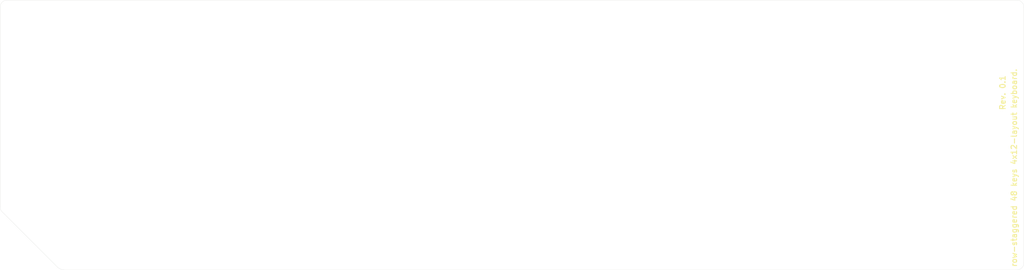
<source format=kicad_pcb>
(kicad_pcb (version 20171130) (host pcbnew "(5.1.0)-1")

  (general
    (thickness 1.6)
    (drawings 12)
    (tracks 0)
    (zones 0)
    (modules 5)
    (nets 1)
  )

  (page User 500.812 279.4)
  (layers
    (0 F.Cu signal)
    (31 B.Cu signal)
    (32 B.Adhes user)
    (33 F.Adhes user)
    (34 B.Paste user)
    (35 F.Paste user)
    (36 B.SilkS user)
    (37 F.SilkS user)
    (38 B.Mask user)
    (39 F.Mask user)
    (40 Dwgs.User user)
    (41 Cmts.User user)
    (42 Eco1.User user)
    (43 Eco2.User user)
    (44 Edge.Cuts user)
    (45 Margin user)
    (46 B.CrtYd user)
    (47 F.CrtYd user)
    (48 B.Fab user)
    (49 F.Fab user)
  )

  (setup
    (last_trace_width 0.25)
    (trace_clearance 0.2)
    (zone_clearance 0.508)
    (zone_45_only no)
    (trace_min 0.2)
    (via_size 0.8)
    (via_drill 0.4)
    (via_min_size 0.4)
    (via_min_drill 0.3)
    (uvia_size 0.3)
    (uvia_drill 0.1)
    (uvias_allowed no)
    (uvia_min_size 0.2)
    (uvia_min_drill 0.1)
    (edge_width 0.05)
    (segment_width 0.2)
    (pcb_text_width 0.3)
    (pcb_text_size 1.5 1.5)
    (mod_edge_width 0.12)
    (mod_text_size 1 1)
    (mod_text_width 0.15)
    (pad_size 2.2 2.2)
    (pad_drill 2.2)
    (pad_to_mask_clearance 0.051)
    (solder_mask_min_width 0.25)
    (aux_axis_origin 0 0)
    (visible_elements 7FFFFFFF)
    (pcbplotparams
      (layerselection 0x010f0_ffffffff)
      (usegerberextensions false)
      (usegerberattributes false)
      (usegerberadvancedattributes false)
      (creategerberjobfile false)
      (excludeedgelayer true)
      (linewidth 0.050000)
      (plotframeref false)
      (viasonmask false)
      (mode 1)
      (useauxorigin false)
      (hpglpennumber 1)
      (hpglpenspeed 20)
      (hpglpendiameter 15.000000)
      (psnegative false)
      (psa4output false)
      (plotreference true)
      (plotvalue true)
      (plotinvisibletext false)
      (padsonsilk true)
      (subtractmaskfromsilk false)
      (outputformat 1)
      (mirror false)
      (drillshape 0)
      (scaleselection 1)
      (outputdirectory "garb/back_plate/"))
  )

  (net 0 "")

  (net_class Default "これはデフォルトのネット クラスです。"
    (clearance 0.2)
    (trace_width 0.25)
    (via_dia 0.8)
    (via_drill 0.4)
    (uvia_dia 0.3)
    (uvia_drill 0.1)
  )

  (net_class GND ""
    (clearance 0.2)
    (trace_width 0.5)
    (via_dia 0.8)
    (via_drill 0.4)
    (uvia_dia 0.3)
    (uvia_drill 0.1)
  )

  (net_class VCC ""
    (clearance 0.2)
    (trace_width 0.5)
    (via_dia 0.8)
    (via_drill 0.4)
    (uvia_dia 0.3)
    (uvia_drill 0.1)
  )

  (module Ergodash_Rev1:hole_2.2mm (layer F.Cu) (tedit 5CCA168A) (tstamp 5CCA1912)
    (at 340.31 118.21)
    (fp_text reference " " (at 0 -2) (layer F.SilkS)
      (effects (font (size 1 1) (thickness 0.15)))
    )
    (fp_text value " " (at 0 -4.12) (layer F.Fab)
      (effects (font (size 1 1) (thickness 0.15)))
    )
    (pad "" np_thru_hole circle (at 0 0) (size 2.2 2.2) (drill 2.2) (layers *.Cu *.Mask)
      (clearance 0.1524))
  )

  (module Ergodash_Rev1:hole_2.2mm (layer F.Cu) (tedit 5CCA168A) (tstamp 5CCA1912)
    (at 298.3 158.92)
    (fp_text reference " " (at 0 -2) (layer F.SilkS)
      (effects (font (size 1 1) (thickness 0.15)))
    )
    (fp_text value " " (at 0 -4.12) (layer F.Fab)
      (effects (font (size 1 1) (thickness 0.15)))
    )
    (pad "" np_thru_hole circle (at 0 0) (size 2.2 2.2) (drill 2.2) (layers *.Cu *.Mask)
      (clearance 0.1524))
  )

  (module Ergodash_Rev1:hole_2.2mm (layer F.Cu) (tedit 5CCA168A) (tstamp 5CCA1912)
    (at 259.12 116.41)
    (fp_text reference " " (at 0 -2) (layer F.SilkS)
      (effects (font (size 1 1) (thickness 0.15)))
    )
    (fp_text value " " (at 0 -4.12) (layer F.Fab)
      (effects (font (size 1 1) (thickness 0.15)))
    )
    (pad "" np_thru_hole circle (at 0 0) (size 2.2 2.2) (drill 2.2) (layers *.Cu *.Mask)
      (clearance 0.1524))
  )

  (module Ergodash_Rev1:hole_2.2mm (layer F.Cu) (tedit 5CCA168A) (tstamp 5CCA1907)
    (at 181.03 156.17)
    (fp_text reference " " (at 0 -2) (layer F.SilkS)
      (effects (font (size 1 1) (thickness 0.15)))
    )
    (fp_text value " " (at 0 -4.12) (layer F.Fab)
      (effects (font (size 1 1) (thickness 0.15)))
    )
    (pad "" np_thru_hole circle (at 0 0) (size 2.2 2.2) (drill 2.2) (layers *.Cu *.Mask)
      (clearance 0.1524))
  )

  (module Ergodash_Rev1:hole_2.2mm (layer F.Cu) (tedit 5CCA168A) (tstamp 5CCA18F4)
    (at 144.25 118.78)
    (fp_text reference " " (at 0 -2) (layer F.SilkS)
      (effects (font (size 1 1) (thickness 0.15)))
    )
    (fp_text value " " (at 0 -4.12) (layer F.Fab)
      (effects (font (size 1 1) (thickness 0.15)))
    )
    (pad "" np_thru_hole circle (at 0 0) (size 2.2 2.2) (drill 2.2) (layers *.Cu *.Mask)
      (clearance 0.1524))
  )

  (gr_arc (start 114.22 172.721154) (end 112.042927 174.898227) (angle -45) (layer Edge.Cuts) (width 0.05))
  (gr_arc (start 97.609623 157.407463) (end 95.4396 157.407463) (angle -48.79116569) (layer Edge.Cuts) (width 0.05))
  (gr_line (start 96.18 159.04) (end 112.042927 174.898227) (layer Edge.Cuts) (width 0.05) (tstamp 5CB198FC))
  (gr_text "Rev. 0.1" (at 386.9 124.27 90) (layer F.SilkS)
    (effects (font (size 1.6 1.6) (thickness 0.3)))
  )
  (gr_text "row-staggered 48 keys 4x12-layout keyboard." (at 390.22 146.11 90) (layer F.SilkS)
    (effects (font (size 1.6 1.6) (thickness 0.3)))
  )
  (gr_arc (start 390.995294 173.715294) (end 390.995294 175.8) (angle -90) (layer Edge.Cuts) (width 0.05) (tstamp 5CAF3B93))
  (gr_arc (start 390.995294 99.434706) (end 393.08 99.434706) (angle -90) (layer Edge.Cuts) (width 0.05) (tstamp 5CAF3B7F))
  (gr_arc (start 97.524706 99.434706) (end 97.524706 97.35) (angle -90) (layer Edge.Cuts) (width 0.05) (tstamp 5CAF3B6B))
  (gr_line (start 390.995294 97.35) (end 97.524706 97.35) (layer Edge.Cuts) (width 0.05))
  (gr_line (start 393.08 173.715294) (end 393.08 99.434706) (layer Edge.Cuts) (width 0.05))
  (gr_line (start 114.22 175.8) (end 390.995294 175.8) (layer Edge.Cuts) (width 0.05))
  (gr_line (start 95.44 99.434706) (end 95.4396 157.407463) (layer Edge.Cuts) (width 0.05))

)

</source>
